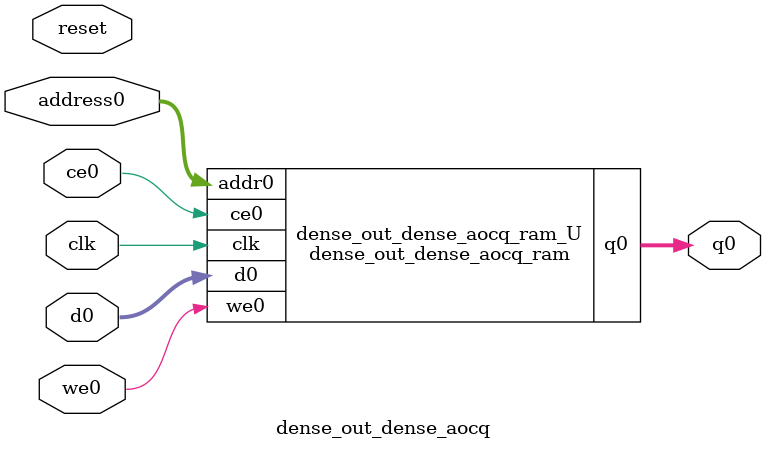
<source format=v>
`timescale 1 ns / 1 ps
module dense_out_dense_aocq_ram (addr0, ce0, d0, we0, q0,  clk);

parameter DWIDTH = 32;
parameter AWIDTH = 4;
parameter MEM_SIZE = 10;

input[AWIDTH-1:0] addr0;
input ce0;
input[DWIDTH-1:0] d0;
input we0;
output reg[DWIDTH-1:0] q0;
input clk;

(* ram_style = "distributed" *)reg [DWIDTH-1:0] ram[0:MEM_SIZE-1];




always @(posedge clk)  
begin 
    if (ce0) 
    begin
        if (we0) 
        begin 
            ram[addr0] <= d0; 
        end 
        q0 <= ram[addr0];
    end
end


endmodule

`timescale 1 ns / 1 ps
module dense_out_dense_aocq(
    reset,
    clk,
    address0,
    ce0,
    we0,
    d0,
    q0);

parameter DataWidth = 32'd32;
parameter AddressRange = 32'd10;
parameter AddressWidth = 32'd4;
input reset;
input clk;
input[AddressWidth - 1:0] address0;
input ce0;
input we0;
input[DataWidth - 1:0] d0;
output[DataWidth - 1:0] q0;



dense_out_dense_aocq_ram dense_out_dense_aocq_ram_U(
    .clk( clk ),
    .addr0( address0 ),
    .ce0( ce0 ),
    .we0( we0 ),
    .d0( d0 ),
    .q0( q0 ));

endmodule


</source>
